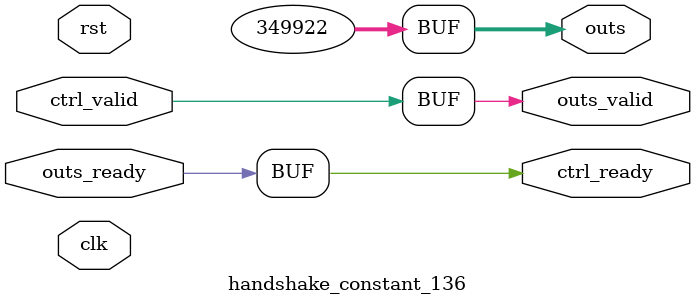
<source format=v>
`timescale 1ns / 1ps
module handshake_constant_136 #(
  parameter DATA_WIDTH = 32  // Default set to 32 bits
) (
  input                       clk,
  input                       rst,
  // Input Channel
  input                       ctrl_valid,
  output                      ctrl_ready,
  // Output Channel
  output [DATA_WIDTH - 1 : 0] outs,
  output                      outs_valid,
  input                       outs_ready
);
  assign outs       = 20'b01010101011011100010;
  assign outs_valid = ctrl_valid;
  assign ctrl_ready = outs_ready;

endmodule

</source>
